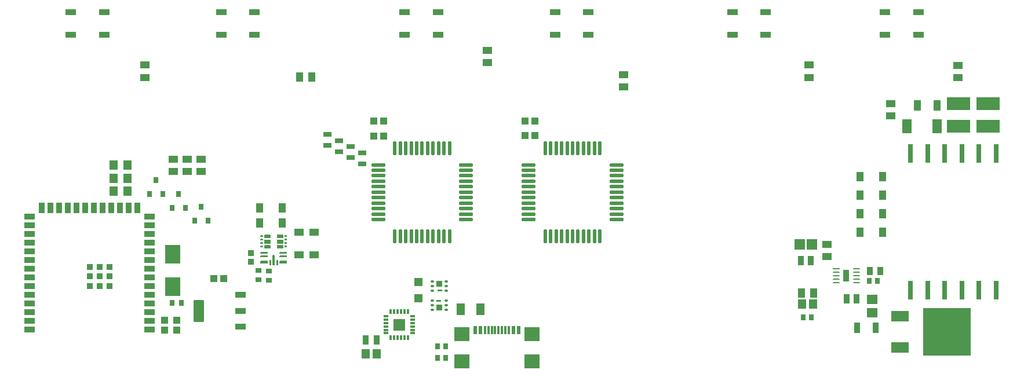
<source format=gtp>
G04*
G04 #@! TF.GenerationSoftware,Altium Limited,Altium Designer,24.5.2 (23)*
G04*
G04 Layer_Color=8421504*
%FSLAX25Y25*%
%MOIN*%
G70*
G04*
G04 #@! TF.SameCoordinates,392925F4-2C65-46F8-8396-EB9CC80DF0C9*
G04*
G04*
G04 #@! TF.FilePolarity,Positive*
G04*
G01*
G75*
%ADD18R,0.03662X0.06929*%
%ADD19R,0.03740X0.05315*%
%ADD20R,0.04331X0.05315*%
%ADD21R,0.05315X0.04331*%
%ADD22R,0.05136X0.05733*%
%ADD23R,0.03937X0.05315*%
%ADD24R,0.03740X0.05315*%
%ADD25R,0.06102X0.06102*%
%ADD26R,0.03394X0.02978*%
%ADD27R,0.03347X0.02953*%
%ADD28C,0.00100*%
G04:AMPARAMS|DCode=29|XSize=17.72mil|YSize=11.81mil|CornerRadius=1.95mil|HoleSize=0mil|Usage=FLASHONLY|Rotation=0.000|XOffset=0mil|YOffset=0mil|HoleType=Round|Shape=RoundedRectangle|*
%AMROUNDEDRECTD29*
21,1,0.01772,0.00791,0,0,0.0*
21,1,0.01382,0.01181,0,0,0.0*
1,1,0.00390,0.00691,-0.00396*
1,1,0.00390,-0.00691,-0.00396*
1,1,0.00390,-0.00691,0.00396*
1,1,0.00390,0.00691,0.00396*
%
%ADD29ROUNDEDRECTD29*%
%ADD30R,0.04551X0.06922*%
%ADD31R,0.04528X0.04528*%
%ADD32R,0.03394X0.03377*%
%ADD33R,0.01181X0.02953*%
%ADD34R,0.02953X0.01181*%
%ADD35R,0.06693X0.06693*%
%ADD36R,0.04921X0.03150*%
%ADD37R,0.05315X0.03937*%
G04:AMPARAMS|DCode=38|XSize=38.62mil|YSize=9.55mil|CornerRadius=4.77mil|HoleSize=0mil|Usage=FLASHONLY|Rotation=0.000|XOffset=0mil|YOffset=0mil|HoleType=Round|Shape=RoundedRectangle|*
%AMROUNDEDRECTD38*
21,1,0.03862,0.00000,0,0,0.0*
21,1,0.02908,0.00955,0,0,0.0*
1,1,0.00955,0.01454,0.00000*
1,1,0.00955,-0.01454,0.00000*
1,1,0.00955,-0.01454,0.00000*
1,1,0.00955,0.01454,0.00000*
%
%ADD38ROUNDEDRECTD38*%
%ADD39R,0.03862X0.00955*%
%ADD40R,0.04351X0.03961*%
G04:AMPARAMS|DCode=41|XSize=35.43mil|YSize=57.09mil|CornerRadius=1.95mil|HoleSize=0mil|Usage=FLASHONLY|Rotation=270.000|XOffset=0mil|YOffset=0mil|HoleType=Round|Shape=RoundedRectangle|*
%AMROUNDEDRECTD41*
21,1,0.03543,0.05319,0,0,270.0*
21,1,0.03154,0.05709,0,0,270.0*
1,1,0.00390,-0.02659,-0.01577*
1,1,0.00390,-0.02659,0.01577*
1,1,0.00390,0.02659,0.01577*
1,1,0.00390,0.02659,-0.01577*
%
%ADD41ROUNDEDRECTD41*%
G04:AMPARAMS|DCode=42|XSize=124.02mil|YSize=57.09mil|CornerRadius=2mil|HoleSize=0mil|Usage=FLASHONLY|Rotation=270.000|XOffset=0mil|YOffset=0mil|HoleType=Round|Shape=RoundedRectangle|*
%AMROUNDEDRECTD42*
21,1,0.12402,0.05309,0,0,270.0*
21,1,0.12002,0.05709,0,0,270.0*
1,1,0.00400,-0.02655,-0.06001*
1,1,0.00400,-0.02655,0.06001*
1,1,0.00400,0.02655,0.06001*
1,1,0.00400,0.02655,-0.06001*
%
%ADD42ROUNDEDRECTD42*%
%ADD43R,0.03150X0.03543*%
%ADD44R,0.02894X0.03394*%
%ADD45R,0.03150X0.03543*%
%ADD46R,0.03543X0.06102*%
%ADD47R,0.06102X0.05315*%
%ADD48R,0.04331X0.06496*%
%ADD49R,0.09843X0.05906*%
%ADD50R,0.27559X0.27559*%
%ADD51R,0.08583X0.07874*%
%ADD52R,0.02362X0.04528*%
%ADD53R,0.01181X0.04528*%
%ADD54R,0.05512X0.07874*%
%ADD55R,0.03771X0.04969*%
%ADD56R,0.13402X0.07489*%
%ADD57R,0.05906X0.03543*%
%ADD58R,0.04724X0.05709*%
%ADD59R,0.03961X0.04351*%
%ADD60R,0.03543X0.05906*%
%ADD61R,0.03543X0.03543*%
%ADD62R,0.08661X0.11024*%
%ADD63R,0.02953X0.03347*%
%ADD64R,0.03000X0.10700*%
%ADD65O,0.08071X0.02165*%
%ADD66O,0.02165X0.08071*%
G36*
X279275Y315924D02*
Y315334D01*
X279078Y315137D01*
X277996D01*
X277799Y315334D01*
Y315924D01*
X277996Y316121D01*
X279078D01*
X279275Y315924D01*
D02*
G37*
G36*
X265401D02*
Y315334D01*
X265204Y315137D01*
X264122D01*
X263925Y315334D01*
Y315924D01*
X264122Y316121D01*
X265204D01*
X265401Y315924D01*
D02*
G37*
G36*
X277033Y316328D02*
Y314694D01*
X276836Y314497D01*
X273569D01*
X273372Y314694D01*
Y316328D01*
X273569Y316525D01*
X276836D01*
X277033Y316328D01*
D02*
G37*
G36*
X269828D02*
Y314694D01*
X269632Y314497D01*
X266364D01*
X266167Y314694D01*
Y316328D01*
X266364Y316525D01*
X269632D01*
X269828Y316328D01*
D02*
G37*
G36*
X279275Y313956D02*
Y313365D01*
X279078Y313169D01*
X277996D01*
X277799Y313365D01*
Y313956D01*
X277996Y314153D01*
X279078D01*
X279275Y313956D01*
D02*
G37*
G36*
X265401D02*
Y313365D01*
X265204Y313169D01*
X264122D01*
X263925Y313365D01*
Y313956D01*
X264122Y314153D01*
X265204D01*
X265401Y313956D01*
D02*
G37*
G36*
X277033Y313503D02*
Y311456D01*
X276836Y311259D01*
X273569D01*
X273372Y311456D01*
Y313503D01*
X273569Y313700D01*
X276836D01*
X277033Y313503D01*
D02*
G37*
G36*
X269828D02*
Y311456D01*
X269632Y311259D01*
X266364D01*
X266167Y311456D01*
Y313503D01*
X266364Y313700D01*
X269632D01*
X269828Y313503D01*
D02*
G37*
G36*
X279275Y311987D02*
Y311397D01*
X279078Y311200D01*
X277996D01*
X277799Y311397D01*
Y311987D01*
X277996Y312184D01*
X279078D01*
X279275Y311987D01*
D02*
G37*
G36*
X265401D02*
Y311397D01*
X265204Y311200D01*
X264122D01*
X263925Y311397D01*
Y311987D01*
X264122Y312184D01*
X265204D01*
X265401Y311987D01*
D02*
G37*
G36*
X279275Y310019D02*
Y309428D01*
X279078Y309231D01*
X277996D01*
X277799Y309428D01*
Y310019D01*
X277996Y310216D01*
X279078D01*
X279275Y310019D01*
D02*
G37*
G36*
X265401D02*
Y309428D01*
X265204Y309231D01*
X264122D01*
X263925Y309428D01*
Y310019D01*
X264122Y310216D01*
X265204D01*
X265401Y310019D01*
D02*
G37*
G36*
X277033Y310285D02*
Y308651D01*
X276836Y308454D01*
X273569D01*
X273372Y308651D01*
Y310285D01*
X273569Y310482D01*
X276836D01*
X277033Y310285D01*
D02*
G37*
G36*
X269828D02*
Y308651D01*
X269632Y308454D01*
X266364D01*
X266167Y308651D01*
Y310285D01*
X266364Y310482D01*
X269632D01*
X269828Y310285D01*
D02*
G37*
G36*
X279277Y306279D02*
Y305688D01*
X279080Y305491D01*
X275143D01*
X274946Y305688D01*
Y306279D01*
X275143Y306476D01*
X279080D01*
X279277Y306279D01*
D02*
G37*
G36*
X268253D02*
Y305688D01*
X268057Y305491D01*
X264120D01*
X263923Y305688D01*
Y306279D01*
X264120Y306476D01*
X268057D01*
X268253Y306279D01*
D02*
G37*
G36*
X279277Y304310D02*
Y303720D01*
X279080Y303523D01*
X275143D01*
X274946Y303720D01*
Y304310D01*
X275143Y304507D01*
X279080D01*
X279277Y304310D01*
D02*
G37*
G36*
X268253D02*
Y303720D01*
X268057Y303523D01*
X264120D01*
X263923Y303720D01*
Y304310D01*
X264120Y304507D01*
X268057D01*
X268253Y304310D01*
D02*
G37*
G36*
X279277Y301360D02*
Y300277D01*
X279080Y300080D01*
X275143D01*
X274946Y300277D01*
Y301360D01*
X275143Y301556D01*
X279080D01*
X279277Y301360D01*
D02*
G37*
G36*
X268253D02*
Y300277D01*
X268057Y300080D01*
X264120D01*
X263923Y300277D01*
Y301360D01*
X264120Y301556D01*
X268057D01*
X268253Y301360D01*
D02*
G37*
G36*
X272190Y304706D02*
Y299096D01*
X271994Y298899D01*
X271206D01*
X271009Y299096D01*
Y304706D01*
X271206Y304903D01*
X271994D01*
X272190Y304706D01*
D02*
G37*
G36*
X270124Y301850D02*
Y299094D01*
X269927Y298897D01*
X269336D01*
X269139Y299094D01*
Y301850D01*
X269336Y302046D01*
X269927D01*
X270124Y301850D01*
D02*
G37*
G36*
X274061D02*
Y299094D01*
X273864Y298897D01*
X273273D01*
X273076Y299094D01*
Y301850D01*
X273273Y302046D01*
X273864D01*
X274061Y301850D01*
D02*
G37*
G36*
X368525Y289843D02*
X368580Y289787D01*
X368610Y289715D01*
Y289676D01*
Y286684D01*
Y286644D01*
X368580Y286572D01*
X368525Y286517D01*
X368453Y286487D01*
X365225D01*
X365152Y286517D01*
X365097Y286572D01*
X365067Y286644D01*
Y286684D01*
Y289676D01*
Y289715D01*
X365097Y289787D01*
X365152Y289843D01*
X365225Y289872D01*
X368453D01*
X368525Y289843D01*
D02*
G37*
G36*
X368505Y284882D02*
X368561Y284826D01*
X368590Y284754D01*
Y284715D01*
Y283967D01*
Y283928D01*
X368561Y283855D01*
X368505Y283800D01*
X368433Y283770D01*
X365992D01*
X365920Y283800D01*
X365865Y283855D01*
X365835Y283928D01*
Y283967D01*
Y284715D01*
Y284754D01*
X365865Y284826D01*
X365920Y284882D01*
X365992Y284912D01*
X368433D01*
X368505Y284882D01*
D02*
G37*
G36*
X367757Y279041D02*
X367813Y278986D01*
X367843Y278913D01*
Y278874D01*
Y278126D01*
Y278087D01*
X367813Y278014D01*
X367757Y277959D01*
X367685Y277929D01*
X365244D01*
X365172Y277959D01*
X365117Y278014D01*
X365087Y278087D01*
Y278126D01*
Y278874D01*
Y278913D01*
X365117Y278986D01*
X365172Y279041D01*
X365244Y279071D01*
X367685D01*
X367757Y279041D01*
D02*
G37*
G36*
X368525Y276324D02*
X368580Y276269D01*
X368610Y276197D01*
Y276157D01*
Y273165D01*
Y273126D01*
X368580Y273054D01*
X368525Y272998D01*
X368453Y272969D01*
X365225D01*
X365152Y272998D01*
X365097Y273054D01*
X365067Y273126D01*
Y273165D01*
Y276157D01*
Y276197D01*
X365097Y276269D01*
X365152Y276324D01*
X365225Y276354D01*
X368453D01*
X368525Y276324D01*
D02*
G37*
D18*
X601000Y293000D02*
D03*
D19*
X324649Y255900D02*
D03*
X330751D02*
D03*
D20*
X276596Y323200D02*
D03*
X263604D02*
D03*
X276596Y332000D02*
D03*
X263604D02*
D03*
X621996Y350000D02*
D03*
X609004D02*
D03*
X621996Y339333D02*
D03*
X609004D02*
D03*
X621996Y328667D02*
D03*
X609004D02*
D03*
X621996Y318000D02*
D03*
X609004D02*
D03*
D21*
X294700Y305004D02*
D03*
Y317996D02*
D03*
X286300Y305004D02*
D03*
Y317996D02*
D03*
D22*
X575428Y276435D02*
D03*
X581773D02*
D03*
X330872Y247800D02*
D03*
X324528D02*
D03*
D23*
X575057Y283000D02*
D03*
X582143D02*
D03*
X286457Y407200D02*
D03*
X293543D02*
D03*
D24*
X574747Y301600D02*
D03*
X580653D02*
D03*
X601047Y279500D02*
D03*
X606953D02*
D03*
D25*
X581243Y310900D02*
D03*
X574157D02*
D03*
D26*
X263000Y290638D02*
D03*
Y295762D02*
D03*
D27*
X268800Y290341D02*
D03*
Y295459D02*
D03*
D28*
X271600Y304586D02*
D03*
D29*
X370677Y289459D02*
D03*
Y286900D02*
D03*
Y284341D02*
D03*
X363000D02*
D03*
Y286900D02*
D03*
Y289459D02*
D03*
Y273382D02*
D03*
Y275941D02*
D03*
Y278500D02*
D03*
X370677D02*
D03*
Y275941D02*
D03*
Y273382D02*
D03*
D30*
X379186Y273600D02*
D03*
X390415D02*
D03*
D31*
X354700Y289226D02*
D03*
Y279974D02*
D03*
D32*
X258600Y301029D02*
D03*
Y305771D02*
D03*
D33*
X348721Y272279D02*
D03*
X346753D02*
D03*
X344784D02*
D03*
X342816D02*
D03*
X340847D02*
D03*
X338879D02*
D03*
Y257121D02*
D03*
X340847D02*
D03*
X342816D02*
D03*
X344784D02*
D03*
X346753D02*
D03*
X348721D02*
D03*
D34*
X336221Y269621D02*
D03*
Y267653D02*
D03*
Y265684D02*
D03*
Y263716D02*
D03*
Y261747D02*
D03*
Y259779D02*
D03*
X351379D02*
D03*
Y261747D02*
D03*
Y263716D02*
D03*
Y265684D02*
D03*
Y267653D02*
D03*
Y269621D02*
D03*
D35*
X343800Y264700D02*
D03*
D36*
X302600Y367801D02*
D03*
Y374100D02*
D03*
X316000Y360850D02*
D03*
Y367150D02*
D03*
X309300Y364401D02*
D03*
Y370700D02*
D03*
X322500Y357401D02*
D03*
Y363700D02*
D03*
D37*
X665300Y413900D02*
D03*
Y406813D02*
D03*
X589800Y303857D02*
D03*
Y310943D02*
D03*
X626500Y384957D02*
D03*
Y392043D02*
D03*
X473000Y408543D02*
D03*
Y401457D02*
D03*
X197600Y414143D02*
D03*
Y407057D02*
D03*
X579500Y414143D02*
D03*
Y407057D02*
D03*
X394600Y422643D02*
D03*
Y415557D02*
D03*
X214000Y352957D02*
D03*
Y360043D02*
D03*
X222000Y352957D02*
D03*
Y360043D02*
D03*
X230000Y352957D02*
D03*
Y360043D02*
D03*
D38*
X606770Y296937D02*
D03*
Y294969D02*
D03*
Y293000D02*
D03*
Y291032D02*
D03*
Y289063D02*
D03*
X595230D02*
D03*
Y291032D02*
D03*
Y293000D02*
D03*
Y294969D02*
D03*
D39*
Y296937D02*
D03*
D40*
X237342Y291200D02*
D03*
X242858D02*
D03*
X421758Y373500D02*
D03*
X416242D02*
D03*
X421758Y382000D02*
D03*
X416242D02*
D03*
X334758Y373300D02*
D03*
X329242D02*
D03*
X334758Y381800D02*
D03*
X329242D02*
D03*
D41*
X252600Y263700D02*
D03*
Y272755D02*
D03*
Y281810D02*
D03*
D42*
X228387Y272755D02*
D03*
D43*
X217000Y339937D02*
D03*
X220740Y332063D02*
D03*
X213260D02*
D03*
X230000Y332500D02*
D03*
X233740Y324626D02*
D03*
X226260D02*
D03*
X204000Y347937D02*
D03*
X207740Y340063D02*
D03*
X200260D02*
D03*
D44*
X370646Y245500D02*
D03*
X365800D02*
D03*
X370623Y252400D02*
D03*
X365777D02*
D03*
D45*
X580962Y269000D02*
D03*
X576238D02*
D03*
X614138Y290000D02*
D03*
X618862D02*
D03*
D46*
X607283Y263000D02*
D03*
X617717D02*
D03*
D47*
X616000Y279339D02*
D03*
Y271661D02*
D03*
D48*
X653110Y391000D02*
D03*
X641890D02*
D03*
D49*
X631835Y251445D02*
D03*
Y269555D02*
D03*
D50*
X659000Y260500D02*
D03*
D51*
X379864Y243700D02*
D03*
X420100D02*
D03*
X379864Y259172D02*
D03*
X420100D02*
D03*
D52*
X387383Y261436D02*
D03*
X412580D02*
D03*
X390533D02*
D03*
X409431D02*
D03*
D53*
X393092D02*
D03*
X395061D02*
D03*
X397029D02*
D03*
X398998D02*
D03*
X400966D02*
D03*
X402935D02*
D03*
X404903D02*
D03*
X406872D02*
D03*
D54*
X635839Y379000D02*
D03*
X653161D02*
D03*
D55*
X614637Y295500D02*
D03*
X620363D02*
D03*
D56*
X682500Y379002D02*
D03*
Y391998D02*
D03*
X665500Y379002D02*
D03*
Y391998D02*
D03*
D57*
X154854Y444642D02*
D03*
Y431650D02*
D03*
X174146D02*
D03*
Y444642D02*
D03*
X433354D02*
D03*
Y431650D02*
D03*
X452646D02*
D03*
Y444642D02*
D03*
X241354D02*
D03*
Y431650D02*
D03*
X260646D02*
D03*
Y444642D02*
D03*
X535354D02*
D03*
Y431650D02*
D03*
X554646D02*
D03*
Y444642D02*
D03*
X131157Y262094D02*
D03*
Y267094D02*
D03*
Y272094D02*
D03*
Y277094D02*
D03*
Y282094D02*
D03*
Y287094D02*
D03*
Y292094D02*
D03*
Y297094D02*
D03*
Y302094D02*
D03*
Y307094D02*
D03*
Y312094D02*
D03*
Y317094D02*
D03*
Y322094D02*
D03*
Y327094D02*
D03*
X200055D02*
D03*
Y322094D02*
D03*
Y317094D02*
D03*
Y312094D02*
D03*
Y307094D02*
D03*
Y302094D02*
D03*
Y297094D02*
D03*
Y292094D02*
D03*
Y287094D02*
D03*
Y282094D02*
D03*
Y277094D02*
D03*
Y272094D02*
D03*
Y267094D02*
D03*
Y262094D02*
D03*
X623222Y444642D02*
D03*
Y431650D02*
D03*
X642514D02*
D03*
Y444642D02*
D03*
X346854D02*
D03*
Y431650D02*
D03*
X366146D02*
D03*
Y444642D02*
D03*
D58*
X179563Y349000D02*
D03*
X187437D02*
D03*
X179563Y356500D02*
D03*
X187437D02*
D03*
X179563Y341500D02*
D03*
X187437D02*
D03*
D59*
X216000Y267258D02*
D03*
Y261742D02*
D03*
X209000Y267258D02*
D03*
Y261742D02*
D03*
D60*
X138106Y332016D02*
D03*
X143106D02*
D03*
X148106D02*
D03*
X153106D02*
D03*
X158106D02*
D03*
X163106D02*
D03*
X168106D02*
D03*
X173106D02*
D03*
X178106D02*
D03*
X183106D02*
D03*
X188106D02*
D03*
X193106D02*
D03*
D61*
X166000Y286976D02*
D03*
X171512D02*
D03*
X177024D02*
D03*
X166000Y298000D02*
D03*
X171512D02*
D03*
X177024D02*
D03*
X166000Y292488D02*
D03*
X177024D02*
D03*
X171512D02*
D03*
D62*
X213500Y305349D02*
D03*
Y286451D02*
D03*
D63*
X218459Y277100D02*
D03*
X213341D02*
D03*
D64*
X637894Y363300D02*
D03*
X647736D02*
D03*
X657579D02*
D03*
X667421D02*
D03*
X677264D02*
D03*
X687106D02*
D03*
X687106Y284700D02*
D03*
X677264D02*
D03*
X667421D02*
D03*
X657579D02*
D03*
X647736D02*
D03*
X637894D02*
D03*
D65*
X418205Y350449D02*
D03*
Y353598D02*
D03*
Y347299D02*
D03*
Y344150D02*
D03*
Y341000D02*
D03*
Y337850D02*
D03*
Y334701D02*
D03*
Y325252D02*
D03*
Y328402D02*
D03*
X468795Y325252D02*
D03*
Y328402D02*
D03*
Y331551D02*
D03*
Y334701D02*
D03*
Y337850D02*
D03*
Y341000D02*
D03*
Y344150D02*
D03*
Y347299D02*
D03*
Y350449D02*
D03*
Y353598D02*
D03*
Y356748D02*
D03*
X418205D02*
D03*
Y331551D02*
D03*
X331705Y325252D02*
D03*
Y328402D02*
D03*
Y331551D02*
D03*
Y334701D02*
D03*
Y337850D02*
D03*
Y341000D02*
D03*
Y344150D02*
D03*
Y347299D02*
D03*
Y350449D02*
D03*
Y353598D02*
D03*
Y356748D02*
D03*
X382295Y331551D02*
D03*
Y328402D02*
D03*
Y325252D02*
D03*
Y337850D02*
D03*
Y356748D02*
D03*
Y347299D02*
D03*
Y350449D02*
D03*
Y353598D02*
D03*
Y334701D02*
D03*
Y341000D02*
D03*
Y344150D02*
D03*
D66*
X430902Y315705D02*
D03*
X427752D02*
D03*
X434051D02*
D03*
X437201D02*
D03*
X440350D02*
D03*
X443500D02*
D03*
X446650D02*
D03*
X449799D02*
D03*
X452949D02*
D03*
X456098D02*
D03*
X459248D02*
D03*
Y366295D02*
D03*
X456098D02*
D03*
X452949D02*
D03*
X449799D02*
D03*
X446650D02*
D03*
X443500D02*
D03*
X440350D02*
D03*
X437201D02*
D03*
X434051D02*
D03*
X430902D02*
D03*
X427752D02*
D03*
X341252D02*
D03*
X344402D02*
D03*
X347551D02*
D03*
X350701D02*
D03*
X353850D02*
D03*
X357000D02*
D03*
X360150D02*
D03*
X363299D02*
D03*
X366449D02*
D03*
X369598D02*
D03*
X372748D02*
D03*
Y315705D02*
D03*
X369598D02*
D03*
X366449D02*
D03*
X363299D02*
D03*
X360150D02*
D03*
X357000D02*
D03*
X353850D02*
D03*
X350701D02*
D03*
X347551D02*
D03*
X344402D02*
D03*
X341252D02*
D03*
M02*

</source>
